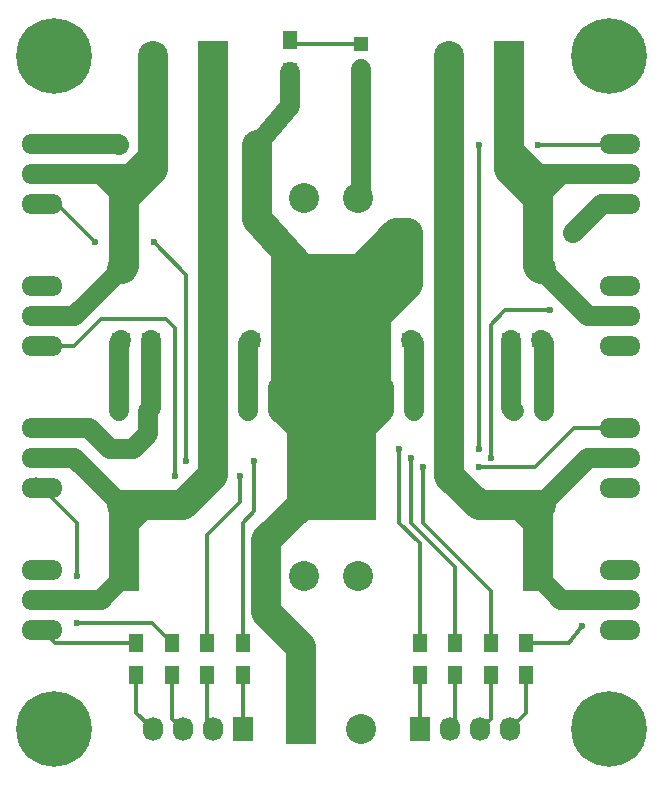
<source format=gtl>
G04 #@! TF.FileFunction,Copper,L1,Top,Signal*
%FSLAX46Y46*%
G04 Gerber Fmt 4.6, Leading zero omitted, Abs format (unit mm)*
G04 Created by KiCad (PCBNEW 4.0.2-4+6225~38~ubuntu15.04.1-stable) date lun. 25 avril 2016 11:18:35 CEST*
%MOMM*%
G01*
G04 APERTURE LIST*
%ADD10C,0.100000*%
%ADD11C,6.400000*%
%ADD12C,0.600000*%
%ADD13C,2.540000*%
%ADD14R,2.540000X2.540000*%
%ADD15C,1.300000*%
%ADD16R,1.300000X1.300000*%
%ADD17R,1.500000X1.250000*%
%ADD18R,1.198880X1.198880*%
%ADD19R,1.727200X2.032000*%
%ADD20O,1.727200X2.032000*%
%ADD21O,3.500120X1.699260*%
%ADD22R,1.300000X1.500000*%
%ADD23C,1.700000*%
%ADD24C,1.700000*%
%ADD25C,2.540000*%
%ADD26C,0.300000*%
%ADD27C,0.150000*%
G04 APERTURE END LIST*
D10*
D11*
X71000000Y-24000000D03*
D12*
X73400000Y-24000000D03*
X72697056Y-25697056D03*
X71000000Y-26400000D03*
X69302944Y-25697056D03*
X68600000Y-24000000D03*
X69302944Y-22302944D03*
X71000000Y-21600000D03*
X72697056Y-22302944D03*
D11*
X24000000Y-24000000D03*
D12*
X26400000Y-24000000D03*
X25697056Y-25697056D03*
X24000000Y-26400000D03*
X22302944Y-25697056D03*
X21600000Y-24000000D03*
X22302944Y-22302944D03*
X24000000Y-21600000D03*
X25697056Y-22302944D03*
D11*
X71000000Y-81000000D03*
D12*
X73400000Y-81000000D03*
X72697056Y-82697056D03*
X71000000Y-83400000D03*
X69302944Y-82697056D03*
X68600000Y-81000000D03*
X69302944Y-79302944D03*
X71000000Y-78600000D03*
X72697056Y-79302944D03*
D13*
X49758780Y-36002960D03*
D14*
X64998780Y-36002960D03*
D13*
X65241220Y-61997040D03*
D14*
X50001220Y-61997040D03*
D13*
X45241220Y-67997040D03*
D14*
X30001220Y-67997040D03*
D15*
X29500000Y-54000000D03*
D16*
X32000000Y-54000000D03*
D15*
X40500000Y-54000000D03*
D16*
X43000000Y-54000000D03*
D17*
X32250000Y-48000000D03*
X29750000Y-48000000D03*
X43250000Y-48000000D03*
X40750000Y-48000000D03*
D15*
X54500000Y-54000000D03*
D16*
X52000000Y-54000000D03*
D15*
X65500000Y-54000000D03*
D16*
X63000000Y-54000000D03*
D17*
X51750000Y-48000000D03*
X54250000Y-48000000D03*
X62750000Y-48000000D03*
X65250000Y-48000000D03*
D18*
X50000000Y-22950980D03*
X50000000Y-25049020D03*
D13*
X29758780Y-42002960D03*
D14*
X44998780Y-42002960D03*
D13*
X45241220Y-35997040D03*
D14*
X30001220Y-35997040D03*
D13*
X29758780Y-62002960D03*
D14*
X44998780Y-62002960D03*
D13*
X65241220Y-41997040D03*
D14*
X50001220Y-41997040D03*
D13*
X49758780Y-68002960D03*
D14*
X64998780Y-68002960D03*
X44960000Y-81000000D03*
D13*
X50040000Y-81000000D03*
D19*
X40000000Y-81000000D03*
D20*
X37460000Y-81000000D03*
X34920000Y-81000000D03*
X32380000Y-81000000D03*
D14*
X37540000Y-24000000D03*
D13*
X32460000Y-24000000D03*
D19*
X55000000Y-81000000D03*
D20*
X57540000Y-81000000D03*
X60080000Y-81000000D03*
X62620000Y-81000000D03*
D14*
X62540000Y-24000000D03*
D13*
X57460000Y-24000000D03*
D21*
X23000000Y-34000000D03*
X23000000Y-36540000D03*
X23000000Y-31460000D03*
X23000000Y-46000000D03*
X23000000Y-48540000D03*
X23000000Y-43460000D03*
X23000000Y-58000000D03*
X23000000Y-60540000D03*
X23000000Y-55460000D03*
X23000000Y-70000000D03*
X23000000Y-72540000D03*
X23000000Y-67460000D03*
X72000000Y-34000000D03*
X72000000Y-31460000D03*
X72000000Y-36540000D03*
X72000000Y-46000000D03*
X72000000Y-43460000D03*
X72000000Y-48540000D03*
X72000000Y-58000000D03*
X72000000Y-55460000D03*
X72000000Y-60540000D03*
X72000000Y-70000000D03*
X72000000Y-67460000D03*
X72000000Y-72540000D03*
D22*
X44000000Y-25350000D03*
X44000000Y-22650000D03*
X40000000Y-73650000D03*
X40000000Y-76350000D03*
X37000000Y-73650000D03*
X37000000Y-76350000D03*
X34000000Y-76350000D03*
X34000000Y-73650000D03*
X31000000Y-76350000D03*
X31000000Y-73650000D03*
X55000000Y-73650000D03*
X55000000Y-76350000D03*
X58000000Y-73650000D03*
X58000000Y-76350000D03*
X61000000Y-76350000D03*
X61000000Y-73650000D03*
X64000000Y-76350000D03*
X64000000Y-73650000D03*
D11*
X24000000Y-81000000D03*
D12*
X26400000Y-81000000D03*
X25697056Y-82697056D03*
X24000000Y-83400000D03*
X22302944Y-82697056D03*
X21600000Y-81000000D03*
X22302944Y-79302944D03*
X24000000Y-78600000D03*
X25697056Y-79302944D03*
D23*
X68000000Y-39000000D03*
X54000000Y-39000000D03*
X51750000Y-51750000D03*
X62750000Y-51750000D03*
X43250000Y-51750000D03*
X32250000Y-51750000D03*
X41250000Y-31500000D03*
X29500000Y-31500000D03*
D12*
X27500000Y-39750000D03*
X32500000Y-39750000D03*
X41000000Y-58250000D03*
X35250000Y-58250000D03*
X39750000Y-59500000D03*
X34250000Y-59500000D03*
X26000000Y-68000000D03*
X26000000Y-72000000D03*
X60000000Y-57250000D03*
X53250000Y-57250000D03*
X65000000Y-31500000D03*
X60000000Y-31500000D03*
X54250000Y-58000000D03*
X61000000Y-58000000D03*
X66000000Y-45500000D03*
X55250000Y-58750000D03*
X60000000Y-58750000D03*
X68750000Y-72250000D03*
D24*
X50000000Y-25049020D02*
X50000000Y-35761740D01*
X50000000Y-35761740D02*
X49758780Y-36002960D01*
X29500000Y-54000000D02*
X29500000Y-48250000D01*
X29500000Y-48250000D02*
X29750000Y-48000000D01*
X65500000Y-54000000D02*
X65500000Y-48250000D01*
X65500000Y-48250000D02*
X65250000Y-48000000D01*
X54500000Y-54000000D02*
X54500000Y-48250000D01*
X54500000Y-48250000D02*
X54250000Y-48000000D01*
X40500000Y-54000000D02*
X40500000Y-48250000D01*
X40500000Y-48250000D02*
X40750000Y-48000000D01*
D25*
X53000000Y-39000000D02*
X54000000Y-39000000D01*
X50002960Y-41997040D02*
X53000000Y-39000000D01*
D24*
X43250000Y-48000000D02*
X43250000Y-40016753D01*
X43500000Y-41000000D02*
X43500000Y-40300098D01*
X43500000Y-40266753D02*
X43500000Y-41000000D01*
X43250000Y-40016753D02*
X43500000Y-40266753D01*
X51750000Y-48000000D02*
X51750000Y-42500000D01*
X51750000Y-42500000D02*
X52500000Y-41750000D01*
D25*
X54000000Y-39000000D02*
X54000000Y-43250000D01*
X54000000Y-43250000D02*
X50001220Y-47248780D01*
X44998780Y-42002960D02*
X44998780Y-41998780D01*
X44998780Y-41998780D02*
X43500000Y-40300098D01*
X43500000Y-40300098D02*
X41250000Y-37750000D01*
X41250000Y-37750000D02*
X41250000Y-31500000D01*
D24*
X44000000Y-25350000D02*
X44000000Y-28250000D01*
X44000000Y-28250000D02*
X41250000Y-31500000D01*
D25*
X44998780Y-42002960D02*
X49995300Y-42002960D01*
X49995300Y-42002960D02*
X50001220Y-41997040D01*
X47500000Y-62002960D02*
X47500000Y-42000000D01*
X44998780Y-62002960D02*
X44998780Y-42002960D01*
X50001220Y-41997040D02*
X50002960Y-41997040D01*
X50001220Y-61997040D02*
X50001220Y-47248780D01*
X50001220Y-47248780D02*
X50001220Y-41997040D01*
X44998780Y-62002960D02*
X47500000Y-62002960D01*
X47500000Y-62002960D02*
X49995300Y-62002960D01*
X49995300Y-62002960D02*
X50001220Y-61997040D01*
X44960000Y-81000000D02*
X44960000Y-74000000D01*
X44960000Y-74000000D02*
X42020002Y-71060002D01*
X42020002Y-64981738D02*
X44998780Y-62002960D01*
X42020002Y-71060002D02*
X42020002Y-64981738D01*
D24*
X68000000Y-39000000D02*
X70460000Y-36540000D01*
X53000000Y-39000000D02*
X54000000Y-39000000D01*
X50002960Y-41997040D02*
X53000000Y-39000000D01*
X70460000Y-36540000D02*
X72000000Y-36540000D01*
X50498260Y-41500000D02*
X50001220Y-41997040D01*
X43000000Y-54000000D02*
X43000000Y-52000000D01*
X43000000Y-52000000D02*
X43250000Y-51750000D01*
X52000000Y-54000000D02*
X52000000Y-52000000D01*
X52000000Y-52000000D02*
X51750000Y-51750000D01*
X50001220Y-61997040D02*
X50001220Y-55998780D01*
X50001220Y-55998780D02*
X52000000Y-54000000D01*
X44998780Y-62002960D02*
X44998780Y-55998780D01*
X44998780Y-55998780D02*
X43000000Y-54000000D01*
X44998780Y-62002960D02*
X44998780Y-61498780D01*
X23000000Y-55460000D02*
X26960000Y-55460000D01*
X32000000Y-56000000D02*
X32000000Y-54000000D01*
X30750000Y-57250000D02*
X32000000Y-56000000D01*
X28750000Y-57250000D02*
X30750000Y-57250000D01*
X26960000Y-55460000D02*
X28750000Y-57250000D01*
X51750000Y-48000000D02*
X51500000Y-48000000D01*
X51500000Y-48000000D02*
X50001220Y-46501220D01*
X50001220Y-46501220D02*
X50001220Y-41997040D01*
X43250000Y-48000000D02*
X44750000Y-46500000D01*
X44750000Y-46500000D02*
X44750000Y-42251740D01*
X44750000Y-42251740D02*
X44998780Y-42002960D01*
X43250000Y-48000000D02*
X43250000Y-51750000D01*
X23000000Y-31460000D02*
X29460000Y-31460000D01*
X29460000Y-31460000D02*
X29500000Y-31500000D01*
X44960000Y-74000000D02*
X44960000Y-73960000D01*
X42000000Y-70000000D02*
X42000000Y-65001740D01*
X42000000Y-65001740D02*
X44998780Y-62002960D01*
X44960000Y-73960000D02*
X42000000Y-71000000D01*
X42000000Y-71000000D02*
X42000000Y-70000000D01*
X45004700Y-41997040D02*
X44998780Y-42002960D01*
X50001220Y-61997040D02*
X45004700Y-61997040D01*
X45004700Y-61997040D02*
X44998780Y-62002960D01*
X32250000Y-48000000D02*
X32250000Y-51750000D01*
X32250000Y-51750000D02*
X32250000Y-53750000D01*
X32250000Y-53750000D02*
X32000000Y-54000000D01*
X62750000Y-48000000D02*
X62750000Y-51750000D01*
X62750000Y-51750000D02*
X62750000Y-53750000D01*
X62750000Y-53750000D02*
X63000000Y-54000000D01*
X51750000Y-48000000D02*
X51750000Y-51750000D01*
D26*
X50000000Y-22950980D02*
X44300980Y-22950980D01*
X44300980Y-22950980D02*
X44000000Y-22650000D01*
D27*
X44300980Y-22950980D02*
X44000000Y-22650000D01*
D24*
X30001220Y-35997040D02*
X30001220Y-34498780D01*
X30001220Y-34498780D02*
X32460000Y-32040000D01*
X28000000Y-34000000D02*
X31998260Y-34000000D01*
X31998260Y-34000000D02*
X32460000Y-33538260D01*
D25*
X32460000Y-24000000D02*
X32460000Y-32040000D01*
X32460000Y-32040000D02*
X32460000Y-33538260D01*
X32460000Y-33538260D02*
X30001220Y-35997040D01*
X30001220Y-35997040D02*
X30001220Y-41760520D01*
X30001220Y-41760520D02*
X29758780Y-42002960D01*
D24*
X23000000Y-46000000D02*
X25761740Y-46000000D01*
X25761740Y-46000000D02*
X29758780Y-42002960D01*
X32460000Y-33538260D02*
X30001220Y-35997040D01*
X23000000Y-34000000D02*
X28000000Y-34000000D01*
X28000000Y-34000000D02*
X28004180Y-34000000D01*
X28004180Y-34000000D02*
X30001220Y-35997040D01*
X29758780Y-42002960D02*
X29758780Y-36239480D01*
X29758780Y-36239480D02*
X30001220Y-35997040D01*
X32500000Y-62002960D02*
X31997040Y-62002960D01*
X30000000Y-64500000D02*
X30001220Y-64500000D01*
X30001220Y-64498780D02*
X30000000Y-64500000D01*
X30001220Y-63998780D02*
X30001220Y-64498780D01*
X31997040Y-62002960D02*
X30001220Y-63998780D01*
D25*
X37540000Y-39000000D02*
X37540000Y-28710000D01*
X37540000Y-59460000D02*
X37540000Y-39000000D01*
X37540000Y-28710000D02*
X37540000Y-24000000D01*
X29758780Y-62002960D02*
X32500000Y-62002960D01*
X32500000Y-62002960D02*
X34997040Y-62002960D01*
X34997040Y-62002960D02*
X37540000Y-59460000D01*
X30001220Y-67997040D02*
X30001220Y-64500000D01*
X30001220Y-64500000D02*
X30001220Y-62245400D01*
X30001220Y-62245400D02*
X29758780Y-62002960D01*
D24*
X34997040Y-62002960D02*
X37540000Y-59460000D01*
X23000000Y-58000000D02*
X25755820Y-58000000D01*
X25755820Y-58000000D02*
X29758780Y-62002960D01*
X29758780Y-62002960D02*
X29758780Y-67754600D01*
X29758780Y-67754600D02*
X30001220Y-67997040D01*
X23000000Y-70000000D02*
X27998260Y-70000000D01*
X27998260Y-70000000D02*
X30001220Y-67997040D01*
X65000000Y-34000000D02*
X62540000Y-31540000D01*
X63000000Y-32000000D02*
X62540000Y-32000000D01*
X62540000Y-31540000D02*
X63000000Y-32000000D01*
X72000000Y-34000000D02*
X65000000Y-34000000D01*
X65000000Y-34000000D02*
X62995820Y-34000000D01*
X62995820Y-34000000D02*
X62540000Y-33544180D01*
D25*
X64998780Y-36002960D02*
X64998780Y-41754600D01*
X64998780Y-41754600D02*
X65241220Y-41997040D01*
X62540000Y-24000000D02*
X62540000Y-32000000D01*
X62540000Y-32000000D02*
X62540000Y-33544180D01*
X62540000Y-33544180D02*
X64998780Y-36002960D01*
D24*
X72000000Y-46000000D02*
X69244180Y-46000000D01*
X69244180Y-46000000D02*
X65241220Y-41997040D01*
X62540000Y-33544180D02*
X64998780Y-36002960D01*
X72000000Y-34000000D02*
X67001740Y-34000000D01*
X67001740Y-34000000D02*
X64998780Y-36002960D01*
X65241220Y-41997040D02*
X65241220Y-36245400D01*
X65241220Y-36245400D02*
X64998780Y-36002960D01*
X64998780Y-64000000D02*
X64998780Y-63998780D01*
X64998780Y-63998780D02*
X62997040Y-61997040D01*
D25*
X64998780Y-68002960D02*
X64998780Y-64000000D01*
X64998780Y-64000000D02*
X64998780Y-62239480D01*
X64998780Y-62239480D02*
X65241220Y-61997040D01*
X65241220Y-61997040D02*
X62997040Y-61997040D01*
X62997040Y-61997040D02*
X59997040Y-61997040D01*
X57500000Y-59500000D02*
X59997040Y-61997040D01*
X57460000Y-59500000D02*
X57460000Y-24000000D01*
X57460000Y-59500000D02*
X57500000Y-59500000D01*
D24*
X72000000Y-58000000D02*
X69238260Y-58000000D01*
X69238260Y-58000000D02*
X65241220Y-61997040D01*
X72000000Y-70000000D02*
X66995820Y-70000000D01*
X66995820Y-70000000D02*
X64998780Y-68002960D01*
X65241220Y-61997040D02*
X65241220Y-67760520D01*
X65241220Y-67760520D02*
X64998780Y-68002960D01*
D26*
X40000000Y-81000000D02*
X40000000Y-76350000D01*
X37000000Y-76350000D02*
X37000000Y-80540000D01*
X37000000Y-80540000D02*
X37460000Y-81000000D01*
D27*
X37000000Y-80540000D02*
X37460000Y-81000000D01*
D26*
X34920000Y-81000000D02*
X34000000Y-80080000D01*
X34000000Y-80080000D02*
X34000000Y-76350000D01*
D27*
X34000000Y-76350000D02*
X34000000Y-80080000D01*
D26*
X32380000Y-81000000D02*
X31000000Y-79620000D01*
X31000000Y-79620000D02*
X31000000Y-76350000D01*
D27*
X31000000Y-76350000D02*
X31000000Y-79620000D01*
D26*
X55000000Y-76350000D02*
X55000000Y-81000000D01*
X58000000Y-76350000D02*
X58000000Y-80540000D01*
X58000000Y-80540000D02*
X57540000Y-81000000D01*
D27*
X58000000Y-80540000D02*
X57540000Y-81000000D01*
D26*
X61000000Y-76350000D02*
X61000000Y-80080000D01*
X61000000Y-80080000D02*
X60080000Y-81000000D01*
D27*
X61000000Y-80080000D02*
X60080000Y-81000000D01*
D26*
X64000000Y-76350000D02*
X64000000Y-79620000D01*
X64000000Y-79620000D02*
X62620000Y-81000000D01*
D27*
X64000000Y-79620000D02*
X62620000Y-81000000D01*
D26*
X35250000Y-43000000D02*
X35250000Y-42500000D01*
X35250000Y-42500000D02*
X32500000Y-39750000D01*
X23000000Y-36540000D02*
X24290000Y-36540000D01*
X24290000Y-36540000D02*
X27500000Y-39750000D01*
X24540000Y-36540000D02*
X23000000Y-36540000D01*
X23000000Y-36540000D02*
X24540000Y-36540000D01*
X41000000Y-62500000D02*
X40000000Y-63500000D01*
X41000000Y-61000000D02*
X41000000Y-62500000D01*
X41000000Y-58250000D02*
X41000000Y-61000000D01*
X40000000Y-63500000D02*
X40000000Y-69250000D01*
X40000000Y-69250000D02*
X40000000Y-73650000D01*
X35250000Y-58250000D02*
X35250000Y-43000000D01*
X37000000Y-64500000D02*
X37000000Y-67250000D01*
X39750000Y-61750000D02*
X37000000Y-64500000D01*
X39750000Y-59500000D02*
X39750000Y-61750000D01*
X37000000Y-73650000D02*
X37000000Y-67250000D01*
X23000000Y-48540000D02*
X25710000Y-48540000D01*
X25710000Y-48540000D02*
X28000000Y-46250000D01*
X28000000Y-46250000D02*
X33500000Y-46250000D01*
X33500000Y-46250000D02*
X34250000Y-47000000D01*
X34250000Y-47000000D02*
X34250000Y-59500000D01*
D27*
X34250000Y-47000000D02*
X34250000Y-59500000D01*
X33500000Y-46250000D02*
X34250000Y-47000000D01*
X28000000Y-46250000D02*
X33500000Y-46250000D01*
X25710000Y-48540000D02*
X28000000Y-46250000D01*
D26*
X23000000Y-60540000D02*
X23040000Y-60540000D01*
X23040000Y-60540000D02*
X26000000Y-63500000D01*
X26000000Y-63500000D02*
X26000000Y-68000000D01*
X26000000Y-72000000D02*
X32350000Y-72000000D01*
X32350000Y-72000000D02*
X34000000Y-73650000D01*
X23000000Y-60540000D02*
X22540000Y-59790000D01*
X23000000Y-60540000D02*
X23000000Y-60750000D01*
D27*
X23500000Y-60750000D02*
X23000000Y-60540000D01*
D26*
X27150000Y-73650000D02*
X24110000Y-73650000D01*
X24110000Y-73650000D02*
X23000000Y-72540000D01*
X31000000Y-73650000D02*
X27150000Y-73650000D01*
X53250000Y-57250000D02*
X53250000Y-63500000D01*
X55000000Y-65250000D02*
X55000000Y-70750000D01*
X53250000Y-63500000D02*
X55000000Y-65250000D01*
X55000000Y-70750000D02*
X55000000Y-73650000D01*
X60000000Y-57250000D02*
X60000000Y-31500000D01*
X65000000Y-31500000D02*
X71960000Y-31500000D01*
X71960000Y-31500000D02*
X72000000Y-31460000D01*
D27*
X72000000Y-31460000D02*
X65040000Y-31460000D01*
X65040000Y-31460000D02*
X65000000Y-31500000D01*
D26*
X61000000Y-56250000D02*
X61000000Y-46750000D01*
X61000000Y-46750000D02*
X62000000Y-45750000D01*
X54250000Y-58000000D02*
X54250000Y-63500000D01*
X54250000Y-63500000D02*
X58000000Y-67250000D01*
X61000000Y-56250000D02*
X61000000Y-58000000D01*
X62250000Y-45500000D02*
X66000000Y-45500000D01*
X62000000Y-45750000D02*
X62250000Y-45500000D01*
X58000000Y-67250000D02*
X58000000Y-73650000D01*
D27*
X58000000Y-67250000D02*
X58000000Y-73650000D01*
D26*
X55250000Y-58750000D02*
X55250000Y-63500000D01*
X61000000Y-69250000D02*
X61000000Y-70750000D01*
X55250000Y-63500000D02*
X61000000Y-69250000D01*
X60000000Y-58750000D02*
X64750000Y-58750000D01*
X64750000Y-58750000D02*
X65000000Y-58500000D01*
X65000000Y-58500000D02*
X68040000Y-55460000D01*
X68040000Y-55460000D02*
X72000000Y-55460000D01*
X61000000Y-73650000D02*
X61000000Y-70750000D01*
D27*
X72000000Y-55460000D02*
X68040000Y-55460000D01*
D26*
X71960000Y-67500000D02*
X72000000Y-67460000D01*
X64500000Y-73650000D02*
X67600000Y-73650000D01*
X67600000Y-73650000D02*
X68750000Y-72250000D01*
D27*
X67600000Y-73650000D02*
X68750000Y-72250000D01*
M02*

</source>
